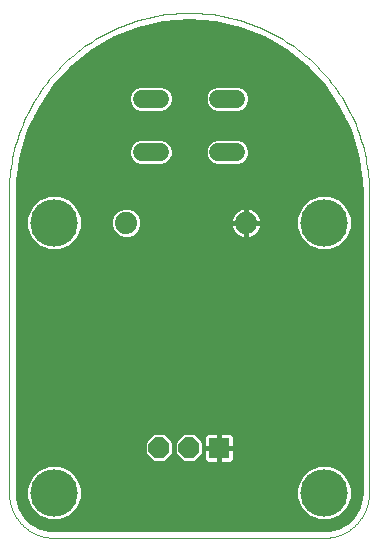
<source format=gbl>
G75*
%MOIN*%
%OFA0B0*%
%FSLAX25Y25*%
%IPPOS*%
%LPD*%
%AMOC8*
5,1,8,0,0,1.08239X$1,22.5*
%
%ADD10C,0.06000*%
%ADD11C,0.07400*%
%ADD12C,0.15811*%
%ADD13C,0.00000*%
%ADD14OC8,0.07000*%
%ADD15R,0.07000X0.07000*%
%ADD16C,0.01000*%
D10*
X0045700Y0130100D02*
X0051700Y0130100D01*
X0051700Y0147900D02*
X0045700Y0147900D01*
X0071300Y0147900D02*
X0077300Y0147900D01*
X0077300Y0130100D02*
X0071300Y0130100D01*
D11*
X0080500Y0106500D03*
X0040500Y0106500D03*
D12*
X0016500Y0106500D03*
X0016500Y0016500D03*
X0106500Y0016500D03*
X0106500Y0106500D03*
D13*
X0121500Y0116500D02*
X0121500Y0016500D01*
X0121496Y0016138D01*
X0121482Y0015775D01*
X0121461Y0015413D01*
X0121430Y0015052D01*
X0121391Y0014692D01*
X0121343Y0014333D01*
X0121286Y0013975D01*
X0121221Y0013618D01*
X0121147Y0013263D01*
X0121064Y0012910D01*
X0120973Y0012559D01*
X0120874Y0012211D01*
X0120766Y0011865D01*
X0120650Y0011521D01*
X0120525Y0011181D01*
X0120393Y0010844D01*
X0120252Y0010510D01*
X0120103Y0010179D01*
X0119946Y0009852D01*
X0119782Y0009529D01*
X0119610Y0009210D01*
X0119430Y0008896D01*
X0119242Y0008585D01*
X0119047Y0008280D01*
X0118845Y0007979D01*
X0118635Y0007683D01*
X0118419Y0007393D01*
X0118195Y0007107D01*
X0117965Y0006827D01*
X0117728Y0006553D01*
X0117484Y0006285D01*
X0117234Y0006022D01*
X0116978Y0005766D01*
X0116715Y0005516D01*
X0116447Y0005272D01*
X0116173Y0005035D01*
X0115893Y0004805D01*
X0115607Y0004581D01*
X0115317Y0004365D01*
X0115021Y0004155D01*
X0114720Y0003953D01*
X0114415Y0003758D01*
X0114104Y0003570D01*
X0113790Y0003390D01*
X0113471Y0003218D01*
X0113148Y0003054D01*
X0112821Y0002897D01*
X0112490Y0002748D01*
X0112156Y0002607D01*
X0111819Y0002475D01*
X0111479Y0002350D01*
X0111135Y0002234D01*
X0110789Y0002126D01*
X0110441Y0002027D01*
X0110090Y0001936D01*
X0109737Y0001853D01*
X0109382Y0001779D01*
X0109025Y0001714D01*
X0108667Y0001657D01*
X0108308Y0001609D01*
X0107948Y0001570D01*
X0107587Y0001539D01*
X0107225Y0001518D01*
X0106862Y0001504D01*
X0106500Y0001500D01*
X0016500Y0001500D01*
X0016138Y0001504D01*
X0015775Y0001518D01*
X0015413Y0001539D01*
X0015052Y0001570D01*
X0014692Y0001609D01*
X0014333Y0001657D01*
X0013975Y0001714D01*
X0013618Y0001779D01*
X0013263Y0001853D01*
X0012910Y0001936D01*
X0012559Y0002027D01*
X0012211Y0002126D01*
X0011865Y0002234D01*
X0011521Y0002350D01*
X0011181Y0002475D01*
X0010844Y0002607D01*
X0010510Y0002748D01*
X0010179Y0002897D01*
X0009852Y0003054D01*
X0009529Y0003218D01*
X0009210Y0003390D01*
X0008896Y0003570D01*
X0008585Y0003758D01*
X0008280Y0003953D01*
X0007979Y0004155D01*
X0007683Y0004365D01*
X0007393Y0004581D01*
X0007107Y0004805D01*
X0006827Y0005035D01*
X0006553Y0005272D01*
X0006285Y0005516D01*
X0006022Y0005766D01*
X0005766Y0006022D01*
X0005516Y0006285D01*
X0005272Y0006553D01*
X0005035Y0006827D01*
X0004805Y0007107D01*
X0004581Y0007393D01*
X0004365Y0007683D01*
X0004155Y0007979D01*
X0003953Y0008280D01*
X0003758Y0008585D01*
X0003570Y0008896D01*
X0003390Y0009210D01*
X0003218Y0009529D01*
X0003054Y0009852D01*
X0002897Y0010179D01*
X0002748Y0010510D01*
X0002607Y0010844D01*
X0002475Y0011181D01*
X0002350Y0011521D01*
X0002234Y0011865D01*
X0002126Y0012211D01*
X0002027Y0012559D01*
X0001936Y0012910D01*
X0001853Y0013263D01*
X0001779Y0013618D01*
X0001714Y0013975D01*
X0001657Y0014333D01*
X0001609Y0014692D01*
X0001570Y0015052D01*
X0001539Y0015413D01*
X0001518Y0015775D01*
X0001504Y0016138D01*
X0001500Y0016500D01*
X0001500Y0116500D01*
X0001518Y0117961D01*
X0001571Y0119421D01*
X0001660Y0120880D01*
X0001784Y0122336D01*
X0001944Y0123788D01*
X0002139Y0125236D01*
X0002370Y0126679D01*
X0002635Y0128116D01*
X0002935Y0129546D01*
X0003270Y0130968D01*
X0003640Y0132382D01*
X0004044Y0133786D01*
X0004482Y0135180D01*
X0004954Y0136563D01*
X0005459Y0137934D01*
X0005998Y0139292D01*
X0006569Y0140637D01*
X0007173Y0141967D01*
X0007809Y0143283D01*
X0008477Y0144582D01*
X0009177Y0145865D01*
X0009908Y0147130D01*
X0010669Y0148378D01*
X0011460Y0149606D01*
X0012281Y0150815D01*
X0013131Y0152003D01*
X0014010Y0153170D01*
X0014917Y0154316D01*
X0015852Y0155439D01*
X0016814Y0156539D01*
X0017802Y0157615D01*
X0018816Y0158667D01*
X0019856Y0159694D01*
X0020920Y0160695D01*
X0022008Y0161671D01*
X0023120Y0162619D01*
X0024254Y0163540D01*
X0025411Y0164433D01*
X0026588Y0165297D01*
X0027787Y0166133D01*
X0029006Y0166939D01*
X0030244Y0167716D01*
X0031500Y0168462D01*
X0032774Y0169177D01*
X0034065Y0169861D01*
X0035373Y0170513D01*
X0036696Y0171133D01*
X0038034Y0171721D01*
X0039385Y0172276D01*
X0040750Y0172798D01*
X0042127Y0173286D01*
X0043516Y0173741D01*
X0044915Y0174162D01*
X0046324Y0174549D01*
X0047742Y0174901D01*
X0049168Y0175219D01*
X0050602Y0175502D01*
X0052042Y0175750D01*
X0053487Y0175963D01*
X0054938Y0176140D01*
X0056392Y0176282D01*
X0057849Y0176389D01*
X0059309Y0176460D01*
X0060769Y0176496D01*
X0062231Y0176496D01*
X0063691Y0176460D01*
X0065151Y0176389D01*
X0066608Y0176282D01*
X0068062Y0176140D01*
X0069513Y0175963D01*
X0070958Y0175750D01*
X0072398Y0175502D01*
X0073832Y0175219D01*
X0075258Y0174901D01*
X0076676Y0174549D01*
X0078085Y0174162D01*
X0079484Y0173741D01*
X0080873Y0173286D01*
X0082250Y0172798D01*
X0083615Y0172276D01*
X0084966Y0171721D01*
X0086304Y0171133D01*
X0087627Y0170513D01*
X0088935Y0169861D01*
X0090226Y0169177D01*
X0091500Y0168462D01*
X0092756Y0167716D01*
X0093994Y0166939D01*
X0095213Y0166133D01*
X0096412Y0165297D01*
X0097589Y0164433D01*
X0098746Y0163540D01*
X0099880Y0162619D01*
X0100992Y0161671D01*
X0102080Y0160695D01*
X0103144Y0159694D01*
X0104184Y0158667D01*
X0105198Y0157615D01*
X0106186Y0156539D01*
X0107148Y0155439D01*
X0108083Y0154316D01*
X0108990Y0153170D01*
X0109869Y0152003D01*
X0110719Y0150815D01*
X0111540Y0149606D01*
X0112331Y0148378D01*
X0113092Y0147130D01*
X0113823Y0145865D01*
X0114523Y0144582D01*
X0115191Y0143283D01*
X0115827Y0141967D01*
X0116431Y0140637D01*
X0117002Y0139292D01*
X0117541Y0137934D01*
X0118046Y0136563D01*
X0118518Y0135180D01*
X0118956Y0133786D01*
X0119360Y0132382D01*
X0119730Y0130968D01*
X0120065Y0129546D01*
X0120365Y0128116D01*
X0120630Y0126679D01*
X0120861Y0125236D01*
X0121056Y0123788D01*
X0121216Y0122336D01*
X0121340Y0120880D01*
X0121429Y0119421D01*
X0121482Y0117961D01*
X0121500Y0116500D01*
D14*
X0061500Y0031500D03*
X0051500Y0031500D03*
D15*
X0071500Y0031500D03*
D16*
X0011784Y0008490D02*
X0006984Y0008490D01*
X0006583Y0008890D02*
X0004951Y0011716D01*
X0004107Y0014868D01*
X0004000Y0016500D01*
X0004000Y0116500D01*
X0004161Y0120797D01*
X0005442Y0129295D01*
X0007975Y0137507D01*
X0011704Y0145250D01*
X0016545Y0152351D01*
X0022390Y0158650D01*
X0029109Y0164009D01*
X0036552Y0168306D01*
X0044552Y0171445D01*
X0052930Y0173358D01*
X0061500Y0174000D01*
X0070070Y0173358D01*
X0078448Y0171445D01*
X0086448Y0168306D01*
X0093891Y0164009D01*
X0100610Y0158650D01*
X0106455Y0152351D01*
X0111296Y0145250D01*
X0115025Y0137507D01*
X0117558Y0129295D01*
X0118839Y0120797D01*
X0119000Y0116500D01*
X0119000Y0016500D01*
X0118893Y0014868D01*
X0118048Y0011716D01*
X0116417Y0008890D01*
X0114110Y0006583D01*
X0111284Y0004951D01*
X0108132Y0004107D01*
X0106500Y0004000D01*
X0016500Y0004000D01*
X0014868Y0004107D01*
X0011716Y0004951D01*
X0008890Y0006583D01*
X0006583Y0008890D01*
X0006238Y0009488D02*
X0010493Y0009488D01*
X0011285Y0008696D02*
X0008696Y0011285D01*
X0007294Y0014669D01*
X0007294Y0018331D01*
X0008696Y0021714D01*
X0011285Y0024304D01*
X0014669Y0025705D01*
X0018331Y0025705D01*
X0021714Y0024304D01*
X0024304Y0021714D01*
X0025705Y0018331D01*
X0025705Y0014669D01*
X0024304Y0011285D01*
X0021714Y0008696D01*
X0018331Y0007294D01*
X0014669Y0007294D01*
X0011285Y0008696D01*
X0010777Y0005494D02*
X0112223Y0005494D01*
X0113953Y0006493D02*
X0009047Y0006493D01*
X0007982Y0007491D02*
X0014194Y0007491D01*
X0013418Y0004496D02*
X0109582Y0004496D01*
X0108331Y0007294D02*
X0111714Y0008696D01*
X0114304Y0011285D01*
X0115705Y0014669D01*
X0115705Y0018331D01*
X0114304Y0021714D01*
X0111714Y0024304D01*
X0108331Y0025705D01*
X0104669Y0025705D01*
X0101285Y0024304D01*
X0098696Y0021714D01*
X0097294Y0018331D01*
X0097294Y0014669D01*
X0098696Y0011285D01*
X0101285Y0008696D01*
X0104669Y0007294D01*
X0108331Y0007294D01*
X0108806Y0007491D02*
X0115018Y0007491D01*
X0116016Y0008490D02*
X0111216Y0008490D01*
X0112507Y0009488D02*
X0116762Y0009488D01*
X0117338Y0010487D02*
X0113505Y0010487D01*
X0114387Y0011485D02*
X0117915Y0011485D01*
X0118254Y0012484D02*
X0114800Y0012484D01*
X0115214Y0013482D02*
X0118522Y0013482D01*
X0118789Y0014481D02*
X0115628Y0014481D01*
X0115705Y0015479D02*
X0118933Y0015479D01*
X0118999Y0016478D02*
X0115705Y0016478D01*
X0115705Y0017476D02*
X0119000Y0017476D01*
X0119000Y0018475D02*
X0115646Y0018475D01*
X0115232Y0019473D02*
X0119000Y0019473D01*
X0119000Y0020472D02*
X0114819Y0020472D01*
X0114405Y0021470D02*
X0119000Y0021470D01*
X0119000Y0022469D02*
X0113550Y0022469D01*
X0112551Y0023467D02*
X0119000Y0023467D01*
X0119000Y0024466D02*
X0111324Y0024466D01*
X0108913Y0025464D02*
X0119000Y0025464D01*
X0119000Y0026463D02*
X0004000Y0026463D01*
X0004000Y0027461D02*
X0048750Y0027461D01*
X0049512Y0026700D02*
X0053488Y0026700D01*
X0056300Y0029512D01*
X0056300Y0033488D01*
X0053488Y0036300D01*
X0049512Y0036300D01*
X0046700Y0033488D01*
X0046700Y0029512D01*
X0049512Y0026700D01*
X0047752Y0028460D02*
X0004000Y0028460D01*
X0004000Y0029458D02*
X0046753Y0029458D01*
X0046700Y0030457D02*
X0004000Y0030457D01*
X0004000Y0031455D02*
X0046700Y0031455D01*
X0046700Y0032454D02*
X0004000Y0032454D01*
X0004000Y0033452D02*
X0046700Y0033452D01*
X0047663Y0034451D02*
X0004000Y0034451D01*
X0004000Y0035449D02*
X0048661Y0035449D01*
X0054339Y0035449D02*
X0058661Y0035449D01*
X0059512Y0036300D02*
X0056700Y0033488D01*
X0056700Y0029512D01*
X0059512Y0026700D01*
X0063488Y0026700D01*
X0066300Y0029512D01*
X0066300Y0033488D01*
X0063488Y0036300D01*
X0059512Y0036300D01*
X0057663Y0034451D02*
X0055337Y0034451D01*
X0056300Y0033452D02*
X0056700Y0033452D01*
X0056700Y0032454D02*
X0056300Y0032454D01*
X0056300Y0031455D02*
X0056700Y0031455D01*
X0056700Y0030457D02*
X0056300Y0030457D01*
X0056247Y0029458D02*
X0056753Y0029458D01*
X0057752Y0028460D02*
X0055248Y0028460D01*
X0054250Y0027461D02*
X0058750Y0027461D01*
X0064250Y0027461D02*
X0066591Y0027461D01*
X0066602Y0027421D02*
X0066800Y0027079D01*
X0067079Y0026800D01*
X0067421Y0026602D01*
X0067803Y0026500D01*
X0071114Y0026500D01*
X0071114Y0031114D01*
X0071886Y0031114D01*
X0071886Y0031886D01*
X0076500Y0031886D01*
X0076500Y0035197D01*
X0076398Y0035579D01*
X0076200Y0035921D01*
X0075921Y0036200D01*
X0075579Y0036398D01*
X0075197Y0036500D01*
X0071886Y0036500D01*
X0071886Y0031886D01*
X0071114Y0031886D01*
X0071114Y0036500D01*
X0067803Y0036500D01*
X0067421Y0036398D01*
X0067079Y0036200D01*
X0066800Y0035921D01*
X0066602Y0035579D01*
X0066500Y0035197D01*
X0066500Y0031886D01*
X0071114Y0031886D01*
X0071114Y0031114D01*
X0066500Y0031114D01*
X0066500Y0027803D01*
X0066602Y0027421D01*
X0066500Y0028460D02*
X0065248Y0028460D01*
X0066247Y0029458D02*
X0066500Y0029458D01*
X0066500Y0030457D02*
X0066300Y0030457D01*
X0066300Y0031455D02*
X0071114Y0031455D01*
X0071886Y0031455D02*
X0119000Y0031455D01*
X0119000Y0030457D02*
X0076500Y0030457D01*
X0076500Y0031114D02*
X0071886Y0031114D01*
X0071886Y0026500D01*
X0075197Y0026500D01*
X0075579Y0026602D01*
X0075921Y0026800D01*
X0076200Y0027079D01*
X0076398Y0027421D01*
X0076500Y0027803D01*
X0076500Y0031114D01*
X0076500Y0032454D02*
X0119000Y0032454D01*
X0119000Y0033452D02*
X0076500Y0033452D01*
X0076500Y0034451D02*
X0119000Y0034451D01*
X0119000Y0035449D02*
X0076432Y0035449D01*
X0075392Y0036448D02*
X0119000Y0036448D01*
X0119000Y0037446D02*
X0004000Y0037446D01*
X0004000Y0036448D02*
X0067608Y0036448D01*
X0066568Y0035449D02*
X0064339Y0035449D01*
X0065337Y0034451D02*
X0066500Y0034451D01*
X0066500Y0033452D02*
X0066300Y0033452D01*
X0066300Y0032454D02*
X0066500Y0032454D01*
X0071114Y0032454D02*
X0071886Y0032454D01*
X0071886Y0033452D02*
X0071114Y0033452D01*
X0071114Y0034451D02*
X0071886Y0034451D01*
X0071886Y0035449D02*
X0071114Y0035449D01*
X0071114Y0036448D02*
X0071886Y0036448D01*
X0071886Y0030457D02*
X0071114Y0030457D01*
X0071114Y0029458D02*
X0071886Y0029458D01*
X0071886Y0028460D02*
X0071114Y0028460D01*
X0071114Y0027461D02*
X0071886Y0027461D01*
X0076409Y0027461D02*
X0119000Y0027461D01*
X0119000Y0028460D02*
X0076500Y0028460D01*
X0076500Y0029458D02*
X0119000Y0029458D01*
X0119000Y0038445D02*
X0004000Y0038445D01*
X0004000Y0039443D02*
X0119000Y0039443D01*
X0119000Y0040442D02*
X0004000Y0040442D01*
X0004000Y0041440D02*
X0119000Y0041440D01*
X0119000Y0042439D02*
X0004000Y0042439D01*
X0004000Y0043437D02*
X0119000Y0043437D01*
X0119000Y0044436D02*
X0004000Y0044436D01*
X0004000Y0045434D02*
X0119000Y0045434D01*
X0119000Y0046433D02*
X0004000Y0046433D01*
X0004000Y0047432D02*
X0119000Y0047432D01*
X0119000Y0048430D02*
X0004000Y0048430D01*
X0004000Y0049429D02*
X0119000Y0049429D01*
X0119000Y0050427D02*
X0004000Y0050427D01*
X0004000Y0051426D02*
X0119000Y0051426D01*
X0119000Y0052424D02*
X0004000Y0052424D01*
X0004000Y0053423D02*
X0119000Y0053423D01*
X0119000Y0054421D02*
X0004000Y0054421D01*
X0004000Y0055420D02*
X0119000Y0055420D01*
X0119000Y0056418D02*
X0004000Y0056418D01*
X0004000Y0057417D02*
X0119000Y0057417D01*
X0119000Y0058415D02*
X0004000Y0058415D01*
X0004000Y0059414D02*
X0119000Y0059414D01*
X0119000Y0060412D02*
X0004000Y0060412D01*
X0004000Y0061411D02*
X0119000Y0061411D01*
X0119000Y0062409D02*
X0004000Y0062409D01*
X0004000Y0063408D02*
X0119000Y0063408D01*
X0119000Y0064406D02*
X0004000Y0064406D01*
X0004000Y0065405D02*
X0119000Y0065405D01*
X0119000Y0066403D02*
X0004000Y0066403D01*
X0004000Y0067402D02*
X0119000Y0067402D01*
X0119000Y0068400D02*
X0004000Y0068400D01*
X0004000Y0069399D02*
X0119000Y0069399D01*
X0119000Y0070397D02*
X0004000Y0070397D01*
X0004000Y0071396D02*
X0119000Y0071396D01*
X0119000Y0072394D02*
X0004000Y0072394D01*
X0004000Y0073393D02*
X0119000Y0073393D01*
X0119000Y0074391D02*
X0004000Y0074391D01*
X0004000Y0075390D02*
X0119000Y0075390D01*
X0119000Y0076388D02*
X0004000Y0076388D01*
X0004000Y0077387D02*
X0119000Y0077387D01*
X0119000Y0078385D02*
X0004000Y0078385D01*
X0004000Y0079384D02*
X0119000Y0079384D01*
X0119000Y0080382D02*
X0004000Y0080382D01*
X0004000Y0081381D02*
X0119000Y0081381D01*
X0119000Y0082379D02*
X0004000Y0082379D01*
X0004000Y0083378D02*
X0119000Y0083378D01*
X0119000Y0084376D02*
X0004000Y0084376D01*
X0004000Y0085375D02*
X0119000Y0085375D01*
X0119000Y0086373D02*
X0004000Y0086373D01*
X0004000Y0087372D02*
X0119000Y0087372D01*
X0119000Y0088370D02*
X0004000Y0088370D01*
X0004000Y0089369D02*
X0119000Y0089369D01*
X0119000Y0090368D02*
X0004000Y0090368D01*
X0004000Y0091366D02*
X0119000Y0091366D01*
X0119000Y0092365D02*
X0004000Y0092365D01*
X0004000Y0093363D02*
X0119000Y0093363D01*
X0119000Y0094362D02*
X0004000Y0094362D01*
X0004000Y0095360D02*
X0119000Y0095360D01*
X0119000Y0096359D02*
X0004000Y0096359D01*
X0004000Y0097357D02*
X0014518Y0097357D01*
X0014669Y0097294D02*
X0018331Y0097294D01*
X0021714Y0098696D01*
X0024304Y0101285D01*
X0025705Y0104669D01*
X0025705Y0108331D01*
X0024304Y0111714D01*
X0021714Y0114304D01*
X0018331Y0115705D01*
X0014669Y0115705D01*
X0011285Y0114304D01*
X0008696Y0111714D01*
X0007294Y0108331D01*
X0007294Y0104669D01*
X0008696Y0101285D01*
X0011285Y0098696D01*
X0014669Y0097294D01*
X0012107Y0098356D02*
X0004000Y0098356D01*
X0004000Y0099354D02*
X0010627Y0099354D01*
X0009629Y0100353D02*
X0004000Y0100353D01*
X0004000Y0101351D02*
X0008669Y0101351D01*
X0008255Y0102350D02*
X0004000Y0102350D01*
X0004000Y0103348D02*
X0007842Y0103348D01*
X0007428Y0104347D02*
X0004000Y0104347D01*
X0004000Y0105345D02*
X0007294Y0105345D01*
X0007294Y0106344D02*
X0004000Y0106344D01*
X0004000Y0107342D02*
X0007294Y0107342D01*
X0007298Y0108341D02*
X0004000Y0108341D01*
X0004000Y0109339D02*
X0007712Y0109339D01*
X0008126Y0110338D02*
X0004000Y0110338D01*
X0004000Y0111336D02*
X0008539Y0111336D01*
X0009316Y0112335D02*
X0004000Y0112335D01*
X0004000Y0113333D02*
X0010315Y0113333D01*
X0011352Y0114332D02*
X0004000Y0114332D01*
X0004000Y0115330D02*
X0013763Y0115330D01*
X0019237Y0115330D02*
X0103763Y0115330D01*
X0104669Y0115705D02*
X0101285Y0114304D01*
X0098696Y0111714D01*
X0097294Y0108331D01*
X0097294Y0104669D01*
X0098696Y0101285D01*
X0101285Y0098696D01*
X0104669Y0097294D01*
X0108331Y0097294D01*
X0111714Y0098696D01*
X0114304Y0101285D01*
X0115705Y0104669D01*
X0115705Y0108331D01*
X0114304Y0111714D01*
X0111714Y0114304D01*
X0108331Y0115705D01*
X0104669Y0115705D01*
X0101352Y0114332D02*
X0021648Y0114332D01*
X0022685Y0113333D02*
X0100315Y0113333D01*
X0099316Y0112335D02*
X0023684Y0112335D01*
X0024461Y0111336D02*
X0039110Y0111336D01*
X0039505Y0111500D02*
X0037668Y0110739D01*
X0036261Y0109332D01*
X0035500Y0107495D01*
X0035500Y0105505D01*
X0036261Y0103668D01*
X0037668Y0102261D01*
X0039505Y0101500D01*
X0041495Y0101500D01*
X0043332Y0102261D01*
X0044739Y0103668D01*
X0045500Y0105505D01*
X0045500Y0107495D01*
X0044739Y0109332D01*
X0043332Y0110739D01*
X0041495Y0111500D01*
X0039505Y0111500D01*
X0041890Y0111336D02*
X0078557Y0111336D01*
X0078504Y0111319D02*
X0077775Y0110947D01*
X0077112Y0110466D01*
X0076534Y0109888D01*
X0076053Y0109225D01*
X0075681Y0108496D01*
X0075428Y0107718D01*
X0075300Y0106909D01*
X0075300Y0106886D01*
X0080114Y0106886D01*
X0080114Y0111700D01*
X0080091Y0111700D01*
X0079282Y0111572D01*
X0078504Y0111319D01*
X0076984Y0110338D02*
X0043733Y0110338D01*
X0044732Y0109339D02*
X0076135Y0109339D01*
X0075630Y0108341D02*
X0045150Y0108341D01*
X0045500Y0107342D02*
X0075369Y0107342D01*
X0075300Y0106114D02*
X0075300Y0106091D01*
X0075428Y0105282D01*
X0075681Y0104504D01*
X0076053Y0103775D01*
X0076534Y0103112D01*
X0077112Y0102534D01*
X0077775Y0102053D01*
X0078504Y0101681D01*
X0079282Y0101428D01*
X0080091Y0101300D01*
X0080114Y0101300D01*
X0080114Y0106114D01*
X0080886Y0106114D01*
X0080886Y0106886D01*
X0085700Y0106886D01*
X0085700Y0106909D01*
X0085572Y0107718D01*
X0085319Y0108496D01*
X0084947Y0109225D01*
X0084466Y0109888D01*
X0083888Y0110466D01*
X0083225Y0110947D01*
X0082496Y0111319D01*
X0081718Y0111572D01*
X0080909Y0111700D01*
X0080886Y0111700D01*
X0080886Y0106886D01*
X0080114Y0106886D01*
X0080114Y0106114D01*
X0075300Y0106114D01*
X0075418Y0105345D02*
X0045434Y0105345D01*
X0045500Y0106344D02*
X0080114Y0106344D01*
X0080886Y0106344D02*
X0097294Y0106344D01*
X0097294Y0107342D02*
X0085631Y0107342D01*
X0085370Y0108341D02*
X0097298Y0108341D01*
X0097712Y0109339D02*
X0084865Y0109339D01*
X0084016Y0110338D02*
X0098126Y0110338D01*
X0098539Y0111336D02*
X0082443Y0111336D01*
X0080886Y0111336D02*
X0080114Y0111336D01*
X0080114Y0110338D02*
X0080886Y0110338D01*
X0080886Y0109339D02*
X0080114Y0109339D01*
X0080114Y0108341D02*
X0080886Y0108341D01*
X0080886Y0107342D02*
X0080114Y0107342D01*
X0080886Y0106114D02*
X0085700Y0106114D01*
X0085700Y0106091D01*
X0085572Y0105282D01*
X0085319Y0104504D01*
X0084947Y0103775D01*
X0084466Y0103112D01*
X0083888Y0102534D01*
X0083225Y0102053D01*
X0082496Y0101681D01*
X0081718Y0101428D01*
X0080909Y0101300D01*
X0080886Y0101300D01*
X0080886Y0106114D01*
X0080886Y0105345D02*
X0080114Y0105345D01*
X0080114Y0104347D02*
X0080886Y0104347D01*
X0080886Y0103348D02*
X0080114Y0103348D01*
X0080114Y0102350D02*
X0080886Y0102350D01*
X0080886Y0101351D02*
X0080114Y0101351D01*
X0079768Y0101351D02*
X0024331Y0101351D01*
X0024745Y0102350D02*
X0037579Y0102350D01*
X0036581Y0103348D02*
X0025158Y0103348D01*
X0025572Y0104347D02*
X0035980Y0104347D01*
X0035566Y0105345D02*
X0025705Y0105345D01*
X0025705Y0106344D02*
X0035500Y0106344D01*
X0035500Y0107342D02*
X0025705Y0107342D01*
X0025702Y0108341D02*
X0035850Y0108341D01*
X0036268Y0109339D02*
X0025288Y0109339D01*
X0024874Y0110338D02*
X0037267Y0110338D01*
X0043421Y0102350D02*
X0077366Y0102350D01*
X0076362Y0103348D02*
X0044419Y0103348D01*
X0045020Y0104347D02*
X0075761Y0104347D01*
X0081232Y0101351D02*
X0098669Y0101351D01*
X0098255Y0102350D02*
X0083634Y0102350D01*
X0084638Y0103348D02*
X0097842Y0103348D01*
X0097428Y0104347D02*
X0085239Y0104347D01*
X0085582Y0105345D02*
X0097294Y0105345D01*
X0099629Y0100353D02*
X0023371Y0100353D01*
X0022373Y0099354D02*
X0100627Y0099354D01*
X0102107Y0098356D02*
X0020893Y0098356D01*
X0018482Y0097357D02*
X0104518Y0097357D01*
X0108482Y0097357D02*
X0119000Y0097357D01*
X0119000Y0098356D02*
X0110893Y0098356D01*
X0112373Y0099354D02*
X0119000Y0099354D01*
X0119000Y0100353D02*
X0113371Y0100353D01*
X0114331Y0101351D02*
X0119000Y0101351D01*
X0119000Y0102350D02*
X0114745Y0102350D01*
X0115158Y0103348D02*
X0119000Y0103348D01*
X0119000Y0104347D02*
X0115572Y0104347D01*
X0115705Y0105345D02*
X0119000Y0105345D01*
X0119000Y0106344D02*
X0115705Y0106344D01*
X0115705Y0107342D02*
X0119000Y0107342D01*
X0119000Y0108341D02*
X0115702Y0108341D01*
X0115288Y0109339D02*
X0119000Y0109339D01*
X0119000Y0110338D02*
X0114874Y0110338D01*
X0114461Y0111336D02*
X0119000Y0111336D01*
X0119000Y0112335D02*
X0113684Y0112335D01*
X0112685Y0113333D02*
X0119000Y0113333D01*
X0119000Y0114332D02*
X0111648Y0114332D01*
X0109237Y0115330D02*
X0119000Y0115330D01*
X0119000Y0116329D02*
X0004000Y0116329D01*
X0004031Y0117327D02*
X0118969Y0117327D01*
X0118932Y0118326D02*
X0004068Y0118326D01*
X0004106Y0119324D02*
X0118894Y0119324D01*
X0118857Y0120323D02*
X0004143Y0120323D01*
X0004240Y0121321D02*
X0118760Y0121321D01*
X0118610Y0122320D02*
X0004390Y0122320D01*
X0004541Y0123318D02*
X0118459Y0123318D01*
X0118309Y0124317D02*
X0004691Y0124317D01*
X0004842Y0125315D02*
X0118158Y0125315D01*
X0118008Y0126314D02*
X0079396Y0126314D01*
X0079736Y0126455D02*
X0080945Y0127664D01*
X0081600Y0129245D01*
X0081600Y0130955D01*
X0080945Y0132536D01*
X0079736Y0133745D01*
X0078155Y0134400D01*
X0070445Y0134400D01*
X0068864Y0133745D01*
X0067655Y0132536D01*
X0067000Y0130955D01*
X0067000Y0129245D01*
X0067655Y0127664D01*
X0068864Y0126455D01*
X0070445Y0125800D01*
X0078155Y0125800D01*
X0079736Y0126455D01*
X0080594Y0127312D02*
X0117857Y0127312D01*
X0117707Y0128311D02*
X0081213Y0128311D01*
X0081600Y0129309D02*
X0117554Y0129309D01*
X0117246Y0130308D02*
X0081600Y0130308D01*
X0081455Y0131306D02*
X0116938Y0131306D01*
X0116630Y0132305D02*
X0081041Y0132305D01*
X0080178Y0133303D02*
X0116322Y0133303D01*
X0116014Y0134302D02*
X0078392Y0134302D01*
X0078155Y0143600D02*
X0079736Y0144255D01*
X0080945Y0145464D01*
X0081600Y0147045D01*
X0081600Y0148755D01*
X0080945Y0150336D01*
X0079736Y0151545D01*
X0078155Y0152200D01*
X0070445Y0152200D01*
X0068864Y0151545D01*
X0067655Y0150336D01*
X0067000Y0148755D01*
X0067000Y0147045D01*
X0067655Y0145464D01*
X0068864Y0144255D01*
X0070445Y0143600D01*
X0078155Y0143600D01*
X0079768Y0144287D02*
X0111760Y0144287D01*
X0112241Y0143289D02*
X0010759Y0143289D01*
X0011240Y0144287D02*
X0043232Y0144287D01*
X0043264Y0144255D02*
X0044845Y0143600D01*
X0052555Y0143600D01*
X0054136Y0144255D01*
X0055345Y0145464D01*
X0056000Y0147045D01*
X0056000Y0148755D01*
X0055345Y0150336D01*
X0054136Y0151545D01*
X0052555Y0152200D01*
X0044845Y0152200D01*
X0043264Y0151545D01*
X0042055Y0150336D01*
X0041400Y0148755D01*
X0041400Y0147045D01*
X0042055Y0145464D01*
X0043264Y0144255D01*
X0042233Y0145286D02*
X0011728Y0145286D01*
X0012409Y0146284D02*
X0041715Y0146284D01*
X0041400Y0147283D02*
X0013089Y0147283D01*
X0013770Y0148281D02*
X0041400Y0148281D01*
X0041617Y0149280D02*
X0014451Y0149280D01*
X0015132Y0150278D02*
X0042031Y0150278D01*
X0042996Y0151277D02*
X0015812Y0151277D01*
X0016493Y0152275D02*
X0106507Y0152275D01*
X0107188Y0151277D02*
X0080004Y0151277D01*
X0080969Y0150278D02*
X0107868Y0150278D01*
X0108549Y0149280D02*
X0081383Y0149280D01*
X0081600Y0148281D02*
X0109230Y0148281D01*
X0109911Y0147283D02*
X0081600Y0147283D01*
X0081285Y0146284D02*
X0110591Y0146284D01*
X0111272Y0145286D02*
X0080767Y0145286D01*
X0070208Y0134302D02*
X0052792Y0134302D01*
X0052555Y0134400D02*
X0044845Y0134400D01*
X0043264Y0133745D01*
X0042055Y0132536D01*
X0041400Y0130955D01*
X0041400Y0129245D01*
X0042055Y0127664D01*
X0043264Y0126455D01*
X0044845Y0125800D01*
X0052555Y0125800D01*
X0054136Y0126455D01*
X0055345Y0127664D01*
X0056000Y0129245D01*
X0056000Y0130955D01*
X0055345Y0132536D01*
X0054136Y0133745D01*
X0052555Y0134400D01*
X0054578Y0133303D02*
X0068422Y0133303D01*
X0067559Y0132305D02*
X0055441Y0132305D01*
X0055855Y0131306D02*
X0067145Y0131306D01*
X0067000Y0130308D02*
X0056000Y0130308D01*
X0056000Y0129309D02*
X0067000Y0129309D01*
X0067387Y0128311D02*
X0055613Y0128311D01*
X0054994Y0127312D02*
X0068006Y0127312D01*
X0069204Y0126314D02*
X0053796Y0126314D01*
X0044608Y0134302D02*
X0006986Y0134302D01*
X0006678Y0133303D02*
X0042822Y0133303D01*
X0041959Y0132305D02*
X0006370Y0132305D01*
X0006062Y0131306D02*
X0041545Y0131306D01*
X0041400Y0130308D02*
X0005754Y0130308D01*
X0005446Y0129309D02*
X0041400Y0129309D01*
X0041787Y0128311D02*
X0005293Y0128311D01*
X0005143Y0127312D02*
X0042406Y0127312D01*
X0043604Y0126314D02*
X0004992Y0126314D01*
X0007294Y0135301D02*
X0115706Y0135301D01*
X0115398Y0136299D02*
X0007602Y0136299D01*
X0007910Y0137298D02*
X0115090Y0137298D01*
X0114645Y0138296D02*
X0008355Y0138296D01*
X0008836Y0139295D02*
X0114164Y0139295D01*
X0113684Y0140293D02*
X0009316Y0140293D01*
X0009797Y0141292D02*
X0113203Y0141292D01*
X0112722Y0142290D02*
X0010278Y0142290D01*
X0017401Y0153274D02*
X0105599Y0153274D01*
X0104672Y0154272D02*
X0018328Y0154272D01*
X0019254Y0155271D02*
X0103746Y0155271D01*
X0102819Y0156269D02*
X0020181Y0156269D01*
X0021107Y0157268D02*
X0101893Y0157268D01*
X0100966Y0158266D02*
X0022034Y0158266D01*
X0023160Y0159265D02*
X0099840Y0159265D01*
X0098588Y0160263D02*
X0024412Y0160263D01*
X0025665Y0161262D02*
X0097335Y0161262D01*
X0096083Y0162260D02*
X0026917Y0162260D01*
X0028169Y0163259D02*
X0094831Y0163259D01*
X0093460Y0164257D02*
X0029540Y0164257D01*
X0031269Y0165256D02*
X0091731Y0165256D01*
X0090001Y0166254D02*
X0032999Y0166254D01*
X0034728Y0167253D02*
X0088272Y0167253D01*
X0086542Y0168251D02*
X0036458Y0168251D01*
X0038957Y0169250D02*
X0084043Y0169250D01*
X0081498Y0170248D02*
X0041502Y0170248D01*
X0044046Y0171247D02*
X0078954Y0171247D01*
X0074943Y0172245D02*
X0048057Y0172245D01*
X0052431Y0173244D02*
X0070569Y0173244D01*
X0068596Y0151277D02*
X0054404Y0151277D01*
X0055369Y0150278D02*
X0067631Y0150278D01*
X0067217Y0149280D02*
X0055783Y0149280D01*
X0056000Y0148281D02*
X0067000Y0148281D01*
X0067000Y0147283D02*
X0056000Y0147283D01*
X0055685Y0146284D02*
X0067315Y0146284D01*
X0067833Y0145286D02*
X0055167Y0145286D01*
X0054168Y0144287D02*
X0068832Y0144287D01*
X0104087Y0025464D02*
X0018913Y0025464D01*
X0021324Y0024466D02*
X0101676Y0024466D01*
X0100449Y0023467D02*
X0022551Y0023467D01*
X0023550Y0022469D02*
X0099450Y0022469D01*
X0098595Y0021470D02*
X0024405Y0021470D01*
X0024819Y0020472D02*
X0098181Y0020472D01*
X0097768Y0019473D02*
X0025232Y0019473D01*
X0025646Y0018475D02*
X0097354Y0018475D01*
X0097294Y0017476D02*
X0025705Y0017476D01*
X0025705Y0016478D02*
X0097294Y0016478D01*
X0097294Y0015479D02*
X0025705Y0015479D01*
X0025628Y0014481D02*
X0097372Y0014481D01*
X0097786Y0013482D02*
X0025214Y0013482D01*
X0024800Y0012484D02*
X0098200Y0012484D01*
X0098613Y0011485D02*
X0024387Y0011485D01*
X0023505Y0010487D02*
X0099495Y0010487D01*
X0100493Y0009488D02*
X0022507Y0009488D01*
X0021216Y0008490D02*
X0101784Y0008490D01*
X0104194Y0007491D02*
X0018806Y0007491D01*
X0009495Y0010487D02*
X0005662Y0010487D01*
X0005085Y0011485D02*
X0008613Y0011485D01*
X0008200Y0012484D02*
X0004746Y0012484D01*
X0004478Y0013482D02*
X0007786Y0013482D01*
X0007372Y0014481D02*
X0004211Y0014481D01*
X0004067Y0015479D02*
X0007294Y0015479D01*
X0007294Y0016478D02*
X0004001Y0016478D01*
X0004000Y0017476D02*
X0007294Y0017476D01*
X0007354Y0018475D02*
X0004000Y0018475D01*
X0004000Y0019473D02*
X0007768Y0019473D01*
X0008181Y0020472D02*
X0004000Y0020472D01*
X0004000Y0021470D02*
X0008595Y0021470D01*
X0009450Y0022469D02*
X0004000Y0022469D01*
X0004000Y0023467D02*
X0010449Y0023467D01*
X0011676Y0024466D02*
X0004000Y0024466D01*
X0004000Y0025464D02*
X0014087Y0025464D01*
M02*

</source>
